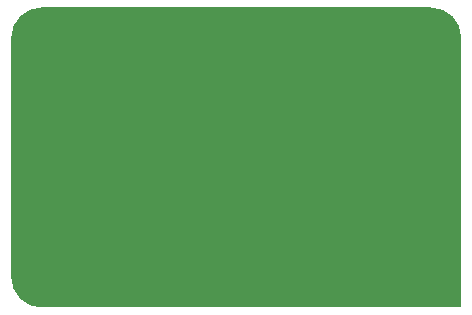
<source format=gbr>
G04 DipTrace Beta 2.9.0.0*
G04 Board.gbr*
%MOIN*%
G04 #@! TF.FileFunction,Drawing,Board polygon*
G04 #@! TF.Part,Single*
%FSLAX26Y26*%
G04*
G70*
G90*
G75*
G01*
G04 BoardPoly*
%LPD*%
G36*
X-650000Y0D2*
X750000D1*
Y900000D1*
G03X650000Y1000000I-99998J2D01*
G01*
X-650000D1*
G03X-750000Y900000I-2J-99998D01*
G01*
Y100000D1*
G03X-650000Y0I99998J-2D01*
G01*
G37*
M02*

</source>
